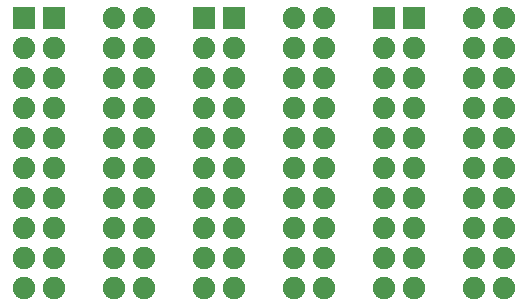
<source format=gtl>
G04 MADE WITH FRITZING*
G04 WWW.FRITZING.ORG*
G04 DOUBLE SIDED*
G04 HOLES PLATED*
G04 CONTOUR ON CENTER OF CONTOUR VECTOR*
%ASAXBY*%
%FSLAX23Y23*%
%MOIN*%
%OFA0B0*%
%SFA1.0B1.0*%
%ADD10C,0.075000*%
%ADD11R,0.075000X0.075000*%
%LNCOPPER1*%
G90*
G70*
G54D10*
X1455Y1060D03*
X1755Y1060D03*
X1455Y960D03*
X1755Y960D03*
X1455Y860D03*
X1755Y860D03*
X1455Y760D03*
X1755Y760D03*
X1455Y660D03*
X1755Y660D03*
X1455Y560D03*
X1755Y560D03*
X1455Y460D03*
X1755Y460D03*
X1455Y360D03*
X1755Y360D03*
X1455Y260D03*
X1755Y260D03*
X1455Y160D03*
X1755Y160D03*
X1355Y1060D03*
X1655Y1060D03*
X1355Y960D03*
X1655Y960D03*
X1355Y860D03*
X1655Y860D03*
X1355Y760D03*
X1655Y760D03*
X1355Y660D03*
X1655Y660D03*
X1355Y560D03*
X1655Y560D03*
X1355Y460D03*
X1655Y460D03*
X1355Y360D03*
X1655Y360D03*
X1355Y260D03*
X1655Y260D03*
X1355Y160D03*
X1655Y160D03*
X855Y1060D03*
X1155Y1060D03*
X855Y960D03*
X1155Y960D03*
X855Y860D03*
X1155Y860D03*
X855Y760D03*
X1155Y760D03*
X855Y660D03*
X1155Y660D03*
X855Y560D03*
X1155Y560D03*
X855Y460D03*
X1155Y460D03*
X855Y360D03*
X1155Y360D03*
X855Y260D03*
X1155Y260D03*
X855Y160D03*
X1155Y160D03*
X755Y1060D03*
X1055Y1060D03*
X755Y960D03*
X1055Y960D03*
X755Y860D03*
X1055Y860D03*
X755Y760D03*
X1055Y760D03*
X755Y660D03*
X1055Y660D03*
X755Y560D03*
X1055Y560D03*
X755Y460D03*
X1055Y460D03*
X755Y360D03*
X1055Y360D03*
X755Y260D03*
X1055Y260D03*
X755Y160D03*
X1055Y160D03*
X255Y1060D03*
X555Y1060D03*
X255Y960D03*
X555Y960D03*
X255Y860D03*
X555Y860D03*
X255Y760D03*
X555Y760D03*
X255Y660D03*
X555Y660D03*
X255Y560D03*
X555Y560D03*
X255Y460D03*
X555Y460D03*
X255Y360D03*
X555Y360D03*
X255Y260D03*
X555Y260D03*
X255Y160D03*
X555Y160D03*
X155Y1060D03*
X455Y1060D03*
X155Y960D03*
X455Y960D03*
X155Y860D03*
X455Y860D03*
X155Y760D03*
X455Y760D03*
X155Y660D03*
X455Y660D03*
X155Y560D03*
X455Y560D03*
X155Y460D03*
X455Y460D03*
X155Y360D03*
X455Y360D03*
X155Y260D03*
X455Y260D03*
X155Y160D03*
X455Y160D03*
G54D11*
X1455Y1060D03*
X1355Y1060D03*
X855Y1060D03*
X755Y1060D03*
X255Y1060D03*
X155Y1060D03*
G04 End of Copper1*
M02*
</source>
